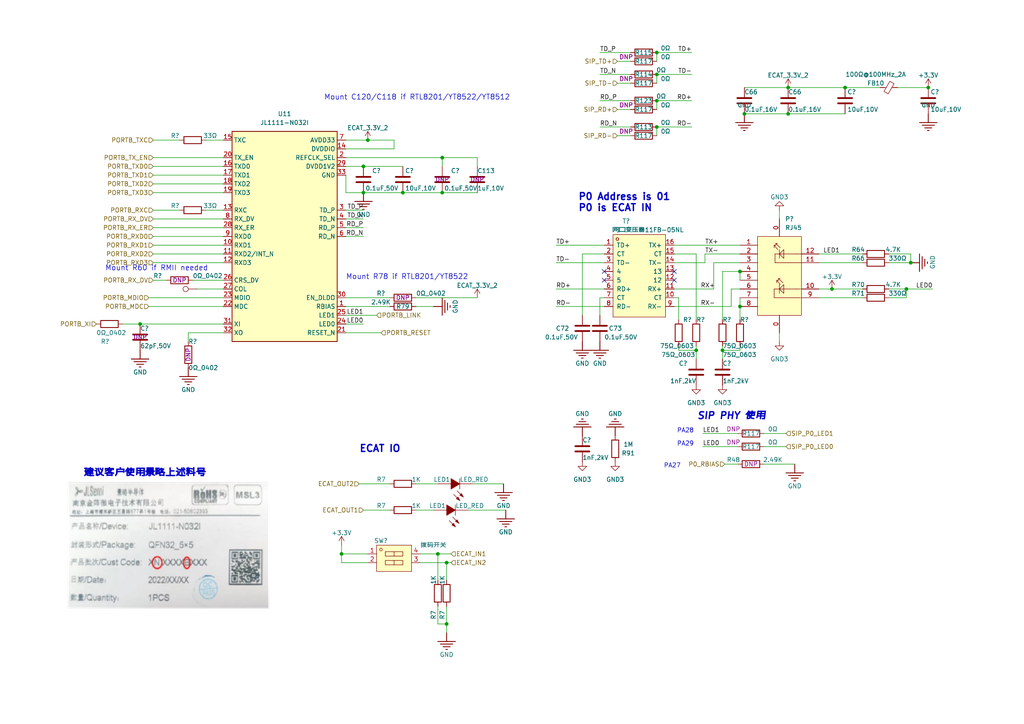
<source format=kicad_sch>
(kicad_sch (version 20230121) (generator eeschema)
  (paper "A4")
  (title_block (title "HPM5E00EVK") (date "2024-04-06") (rev "RevB") (comment 1 "ETHERCAT_P0"))
  (junction (at 264.16 76.2))
  (junction (at 228.6 25.4))
  (junction (at 190.5 29.21))
  (junction (at 190.5 36.83))
  (junction (at 245.11 25.4))
  (junction (at 105.41 55.88))
  (junction (at 129.54 180.975))
  (junction (at 40.64 93.98))
  (junction (at 269.24 25.4))
  (junction (at 127 160.655))
  (junction (at 128.27 55.88))
  (junction (at 209.55 101.6))
  (junction (at 262.89 83.82))
  (junction (at 190.5 21.59))
  (junction (at 129.54 163.195))
  (junction (at 99.06 160.655))
  (junction (at 128.27 45.72))
  (junction (at 105.41 48.26))
  (junction (at 214.63 78.74))
  (junction (at 228.6 33.02))
  (junction (at 190.5 15.24))
  (junction (at 201.93 101.6))
  (junction (at 214.63 88.9))
  (junction (at 106.68 40.64))
  (junction (at 215.9 33.02))
  (junction (at 116.84 55.88))
  (junction (at 241.3 83.82))
  (no_connect (at 175.26 78.74))
  (no_connect (at 195.58 81.28))
  (no_connect (at 195.58 78.74))
  (no_connect (at 175.26 81.28))
  (wire (pts (xy 127 160.655) (xy 121.92 160.655)))
  (wire (pts (xy 214.63 100.33) (xy 214.63 101.6)))
  (wire (pts (xy 179.07 31.75) (xy 182.88 31.75)))
  (wire (pts (xy 255.27 25.4) (xy 245.11 25.4)))
  (wire (pts (xy 44.45 68.58) (xy 64.77 68.58)))
  (wire (pts (xy 241.3 83.82) (xy 250.19 83.82)))
  (wire (pts (xy 262.89 83.82) (xy 270.51 83.82)))
  (wire (pts (xy 264.16 76.2) (xy 257.81 76.2)))
  (wire (pts (xy 237.49 83.82) (xy 241.3 83.82)))
  (wire (pts (xy 214.63 88.9) (xy 214.63 92.71)))
  (wire (pts (xy 195.58 86.36) (xy 196.85 86.36)))
  (wire (pts (xy 195.58 83.82) (xy 207.01 83.82)))
  (wire (pts (xy 43.18 88.9) (xy 64.77 88.9)))
  (wire (pts (xy 190.5 29.21) (xy 200.66 29.21)))
  (wire (pts (xy 204.47 73.66) (xy 214.63 73.66)))
  (wire (pts (xy 179.07 39.37) (xy 182.88 39.37)))
  (wire (pts (xy 99.06 160.655) (xy 99.06 158.115)))
  (wire (pts (xy 175.26 86.36) (xy 173.99 86.36)))
  (wire (pts (xy 130.81 160.655) (xy 127 160.655)))
  (wire (pts (xy 40.64 93.98) (xy 64.77 93.98)))
  (wire (pts (xy 226.06 60.96) (xy 226.06 63.5)))
  (wire (pts (xy 212.09 83.82) (xy 214.63 83.82)))
  (wire (pts (xy 190.5 36.83) (xy 190.5 39.37)))
  (wire (pts (xy 195.58 88.9) (xy 212.09 88.9)))
  (wire (pts (xy 221.615 129.54) (xy 227.965 129.54)))
  (wire (pts (xy 105.41 63.5) (xy 100.33 63.5)))
  (wire (pts (xy 44.45 73.66) (xy 64.77 73.66)))
  (wire (pts (xy 221.615 125.73) (xy 227.965 125.73)))
  (wire (pts (xy 44.45 63.5) (xy 64.77 63.5)))
  (wire (pts (xy 43.18 86.36) (xy 64.77 86.36)))
  (wire (pts (xy 209.55 101.6) (xy 214.63 101.6)))
  (wire (pts (xy 201.93 100.33) (xy 201.93 101.6)))
  (wire (pts (xy 106.68 40.64) (xy 114.3 40.64)))
  (wire (pts (xy 161.29 88.9) (xy 175.26 88.9)))
  (wire (pts (xy 99.06 160.655) (xy 106.68 160.655)))
  (wire (pts (xy 203.835 129.54) (xy 213.995 129.54)))
  (wire (pts (xy 190.5 15.24) (xy 200.66 15.24)))
  (wire (pts (xy 257.81 83.82) (xy 262.89 83.82)))
  (wire (pts (xy 44.45 71.12) (xy 64.77 71.12)))
  (wire (pts (xy 207.01 83.82) (xy 207.01 76.2)))
  (wire (pts (xy 52.07 40.64) (xy 44.45 40.64)))
  (wire (pts (xy 105.41 55.88) (xy 116.84 55.88)))
  (wire (pts (xy 190.5 21.59) (xy 200.66 21.59)))
  (wire (pts (xy 44.45 55.88) (xy 64.77 55.88)))
  (wire (pts (xy 100.33 50.8) (xy 100.33 55.88)))
  (wire (pts (xy 190.5 21.59) (xy 190.5 24.13)))
  (wire (pts (xy 110.49 96.52) (xy 100.33 96.52)))
  (wire (pts (xy 179.07 17.78) (xy 182.88 17.78)))
  (wire (pts (xy 207.01 76.2) (xy 214.63 76.2)))
  (wire (pts (xy 120.65 86.36) (xy 138.43 86.36)))
  (wire (pts (xy 135.89 147.955) (xy 146.685 147.955)))
  (wire (pts (xy 212.09 88.9) (xy 212.09 83.82)))
  (wire (pts (xy 116.84 55.88) (xy 128.27 55.88)))
  (wire (pts (xy 195.58 76.2) (xy 204.47 76.2)))
  (wire (pts (xy 129.54 175.895) (xy 129.54 180.975)))
  (wire (pts (xy 120.65 147.955) (xy 125.73 147.955)))
  (wire (pts (xy 99.06 163.195) (xy 106.68 163.195)))
  (wire (pts (xy 137.16 140.335) (xy 146.05 140.335)))
  (wire (pts (xy 209.55 104.14) (xy 209.55 101.6)))
  (wire (pts (xy 127 175.895) (xy 127 180.975)))
  (wire (pts (xy 173.99 21.59) (xy 182.88 21.59)))
  (wire (pts (xy 105.41 48.26) (xy 116.84 48.26)))
  (wire (pts (xy 204.47 76.2) (xy 204.47 73.66)))
  (wire (pts (xy 168.91 73.66) (xy 175.26 73.66)))
  (wire (pts (xy 100.33 55.88) (xy 105.41 55.88)))
  (wire (pts (xy 105.41 66.04) (xy 100.33 66.04)))
  (wire (pts (xy 129.54 163.195) (xy 121.92 163.195)))
  (wire (pts (xy 128.27 48.26) (xy 128.27 45.72)))
  (wire (pts (xy 44.45 48.26) (xy 64.77 48.26)))
  (wire (pts (xy 214.63 78.74) (xy 209.55 78.74)))
  (wire (pts (xy 195.58 71.12) (xy 214.63 71.12)))
  (wire (pts (xy 182.88 29.21) (xy 173.99 29.21)))
  (wire (pts (xy 262.89 86.36) (xy 262.89 83.82)))
  (wire (pts (xy 221.615 134.62) (xy 230.505 134.62)))
  (wire (pts (xy 195.58 73.66) (xy 201.93 73.66)))
  (wire (pts (xy 44.45 45.72) (xy 64.77 45.72)))
  (wire (pts (xy 55.88 81.28) (xy 64.77 81.28)))
  (wire (pts (xy 237.49 76.2) (xy 250.19 76.2)))
  (wire (pts (xy 54.61 96.52) (xy 54.61 99.06)))
  (wire (pts (xy 44.45 81.28) (xy 48.26 81.28)))
  (wire (pts (xy 100.33 48.26) (xy 105.41 48.26)))
  (wire (pts (xy 257.81 73.66) (xy 264.16 73.66)))
  (wire (pts (xy 35.56 93.98) (xy 40.64 93.98)))
  (wire (pts (xy 105.41 93.98) (xy 100.33 93.98)))
  (wire (pts (xy 161.29 71.12) (xy 175.26 71.12)))
  (wire (pts (xy 228.6 25.4) (xy 245.11 25.4)))
  (wire (pts (xy 209.55 100.33) (xy 209.55 101.6)))
  (wire (pts (xy 182.88 36.83) (xy 173.99 36.83)))
  (wire (pts (xy 161.29 83.82) (xy 175.26 83.82)))
  (wire (pts (xy 228.6 33.02) (xy 245.11 33.02)))
  (wire (pts (xy 127 180.975) (xy 129.54 180.975)))
  (wire (pts (xy 161.29 76.2) (xy 175.26 76.2)))
  (wire (pts (xy 215.9 25.4) (xy 228.6 25.4)))
  (wire (pts (xy 190.5 29.21) (xy 190.5 31.75)))
  (wire (pts (xy 127 140.335) (xy 120.65 140.335)))
  (wire (pts (xy 214.63 78.74) (xy 214.63 81.28)))
  (wire (pts (xy 179.07 24.13) (xy 182.88 24.13)))
  (wire (pts (xy 173.99 86.36) (xy 173.99 91.44)))
  (wire (pts (xy 44.45 53.34) (xy 64.77 53.34)))
  (wire (pts (xy 264.16 73.66) (xy 264.16 76.2)))
  (wire (pts (xy 190.5 36.83) (xy 200.66 36.83)))
  (wire (pts (xy 99.06 163.195) (xy 99.06 160.655)))
  (wire (pts (xy 210.185 134.62) (xy 213.995 134.62)) (stroke (width 0.15)))
  (wire (pts (xy 114.3 43.18) (xy 114.3 40.64)))
  (wire (pts (xy 100.33 43.18) (xy 114.3 43.18)))
  (wire (pts (xy 54.61 96.52) (xy 64.77 96.52)))
  (wire (pts (xy 44.45 76.2) (xy 64.77 76.2)))
  (wire (pts (xy 262.89 86.36) (xy 257.81 86.36)))
  (wire (pts (xy 100.33 45.72) (xy 128.27 45.72)))
  (wire (pts (xy 125.73 88.9) (xy 120.65 88.9)))
  (wire (pts (xy 52.07 60.96) (xy 44.45 60.96)))
  (wire (pts (xy 214.63 86.36) (xy 214.63 88.9)))
  (wire (pts (xy 215.9 33.02) (xy 228.6 33.02)))
  (wire (pts (xy 173.99 15.24) (xy 182.88 15.24)))
  (wire (pts (xy 44.45 50.8) (xy 64.77 50.8)))
  (wire (pts (xy 130.81 163.195) (xy 129.54 163.195)))
  (wire (pts (xy 196.85 101.6) (xy 201.93 101.6)))
  (wire (pts (xy 44.45 66.04) (xy 64.77 66.04)))
  (wire (pts (xy 138.43 48.26) (xy 138.43 45.72)))
  (wire (pts (xy 100.33 91.44) (xy 109.22 91.44)))
  (wire (pts (xy 128.27 55.88) (xy 138.43 55.88)))
  (wire (pts (xy 128.27 45.72) (xy 138.43 45.72)))
  (wire (pts (xy 190.5 15.24) (xy 190.5 17.78)))
  (wire (pts (xy 100.33 86.36) (xy 113.03 86.36)))
  (wire (pts (xy 127 168.275) (xy 127 160.655)))
  (wire (pts (xy 100.33 40.64) (xy 106.68 40.64)))
  (wire (pts (xy 57.15 83.82) (xy 64.77 83.82)))
  (wire (pts (xy 201.93 104.14) (xy 201.93 101.6)))
  (wire (pts (xy 59.69 60.96) (xy 64.77 60.96)))
  (wire (pts (xy 129.54 180.975) (xy 129.54 183.515)))
  (wire (pts (xy 168.91 73.66) (xy 168.91 91.44)))
  (wire (pts (xy 203.835 125.73) (xy 213.995 125.73)))
  (wire (pts (xy 237.49 86.36) (xy 250.19 86.36)))
  (wire (pts (xy 260.35 25.4) (xy 269.24 25.4)))
  (wire (pts (xy 201.93 73.66) (xy 201.93 92.71)))
  (wire (pts (xy 196.85 100.33) (xy 196.85 101.6)))
  (wire (pts (xy 104.14 140.335) (xy 113.03 140.335)))
  (wire (pts (xy 105.41 68.58) (xy 100.33 68.58)))
  (wire (pts (xy 237.49 73.66) (xy 250.19 73.66)))
  (wire (pts (xy 100.33 88.9) (xy 113.03 88.9)))
  (wire (pts (xy 59.69 40.64) (xy 64.77 40.64)))
  (wire (pts (xy 196.85 86.36) (xy 196.85 92.71)))
  (wire (pts (xy 129.54 168.275) (xy 129.54 163.195)))
  (wire (pts (xy 209.55 78.74) (xy 209.55 92.71)))
  (wire (pts (xy 226.06 99.06) (xy 226.06 96.52)))
  (wire (pts (xy 105.41 60.96) (xy 100.33 60.96)))
  (wire (pts (xy 105.41 147.955) (xy 113.03 147.955)) (stroke (width 0.15)))
  (image (at 48.895 158.115) (scale 1.39635))
  (text "SIP PHY 使用" (at 222.25 121.92 0) (effects (font (size 2 2) (thickness 0.4) bold italic) (justify right bottom)))
  (text "PA27" (at 197.485 135.89 0) (effects (font (size 1.27 1.27)) (justify right bottom)))
  (text "PA29" (at 201.295 129.54 0) (effects (font (size 1.27 1.27)) (justify right bottom)))
  (text "建议客户使用景略上述料号" (at 24.13 138.43 0) (effects (font (size 2 2) (thickness 0.4) bold) (justify left bottom)))
  (text "P0 Address is 01\nP0 is ECAT IN" (at 167.64 61.595 0) (effects (font (size 2 2) (thickness 0.4) bold) (justify left bottom)))
  (text "ECAT IO" (at 104.14 131.445 0) (effects (font (size 2 2) (thickness 0.4) bold) (justify left bottom)))
  (text "Mount R78 if RTL8201/YT8522\n" (at 100.33 81.28 0) (effects (font (size 1.5 1.5)) (justify left bottom)))
  (text "PA28" (at 201.295 125.73 0) (effects (font (size 1.27 1.27)) (justify right bottom)))
  (text "Mount R60 if RMII needed\n" (at 30.48 78.74 0) (effects (font (size 1.5 1.5)) (justify left bottom)))
  (text "Mount C120/C118 if RTL8201/YT8522/YT8512\n" (at 93.98 29.21 0) (effects (font (size 1.5 1.5)) (justify left bottom)))
  (label "RX+" (at 203.2 83.82 0))
  (label "LED0" (at 270.51 83.82 180))
  (label "TX-" (at 204.47 73.66 0))
  (label "RD_P" (at 173.99 29.21 0))
  (label "TD-" (at 200.66 21.59 180))
  (label "TD+" (at 161.29 71.12 0))
  (label "TX+" (at 204.47 71.12 0))
  (label "LED1" (at 203.835 125.73 0))
  (label "TD-" (at 161.29 76.2 0))
  (label "RD-" (at 200.66 36.83 180))
  (label "LED0" (at 105.41 93.98 180))
  (label "RD+" (at 161.29 83.82 0))
  (label "TD_P" (at 105.41 60.96 180))
  (label "RD_N" (at 173.99 36.83 0))
  (label "TD+" (at 200.66 15.24 180))
  (label "LED1" (at 105.41 91.44 180))
  (label "RD+" (at 200.66 29.21 180))
  (label "RD_N" (at 105.41 68.58 180))
  (label "TD_N" (at 173.99 21.59 0))
  (label "RD-" (at 161.29 88.9 0))
  (label "RD_P" (at 105.41 66.04 180))
  (label "TD_N" (at 105.41 63.5 180))
  (label "LED1" (at 238.76 73.66 0))
  (label "LED0" (at 203.835 129.54 0))
  (label "RX-" (at 203.2 88.9 0))
  (label "TD_P" (at 173.99 15.24 0))
  (hierarchical_label "PORTB_RXD0" (shape input) (at 44.45 68.58 180))
  (hierarchical_label "PORTB_LINK" (shape input) (at 109.22 91.44 0))
  (hierarchical_label "PORTB_RXD3" (shape input) (at 44.45 76.2 180))
  (hierarchical_label "SIP_P0_LED1" (shape input) (at 227.965 125.73 0))
  (hierarchical_label "PORTB_TXD1" (shape input) (at 44.45 50.8 180))
  (hierarchical_label "ECAT_OUT1" (shape input) (at 105.41 147.955 180))
  (hierarchical_label "PORTB_TX_EN" (shape input) (at 44.45 45.72 180))
  (hierarchical_label "PORTB_TXC" (shape input) (at 44.45 40.64 180))
  (hierarchical_label "P0_RBIAS" (shape input) (at 210.185 134.62 180))
  (hierarchical_label "ECAT_IN2" (shape input) (at 130.81 163.195 0))
  (hierarchical_label "SIP_TD+" (shape input) (at 179.07 17.78 180))
  (hierarchical_label "PORTB_TXD3" (shape input) (at 44.45 55.88 180))
  (hierarchical_label "SIP_RD+" (shape input) (at 179.07 31.75 180))
  (hierarchical_label "PORTB_XI" (shape input) (at 27.94 93.98 180))
  (hierarchical_label "PORTB_TXD0" (shape input) (at 44.45 48.26 180))
  (hierarchical_label "ECAT_OUT2" (shape input) (at 104.14 140.335 180))
  (hierarchical_label "PORTB_MDIO" (shape input) (at 43.18 86.36 180))
  (hierarchical_label "SIP_P0_LED0" (shape input) (at 227.965 129.54 0))
  (hierarchical_label "PORTB_RXD2" (shape input) (at 44.45 73.66 180))
  (hierarchical_label "PORTB_TXD2" (shape input) (at 44.45 53.34 180))
  (hierarchical_label "PORTB_RXC" (shape input) (at 44.45 60.96 180))
  (hierarchical_label "PORTB_RESET" (shape input) (at 110.49 96.52 0))
  (hierarchical_label "PORTB_RXD1" (shape input) (at 44.45 71.12 180))
  (hierarchical_label "PORTB_RX­_ER" (shape input) (at 44.45 66.04 180))
  (hierarchical_label "ECAT_IN1" (shape input) (at 130.81 160.655 0))
  (hierarchical_label "PORTB_RX_DV" (shape input) (at 44.45 63.5 180))
  (hierarchical_label "SIP_RD-" (shape input) (at 179.07 39.37 180))
  (hierarchical_label "SIP_TD-" (shape input) (at 179.07 24.13 180))
  (hierarchical_label "PORTB_MDC" (shape input) (at 43.18 88.9 180))
  (hierarchical_label "PORTB_RX_DV" (shape input) (at 44.45 81.28 180))
  (symbol (lib_id "00_HPM_power:+3.3V") (at 99.06 158.115 0) (unit 1)
    (property "Reference" "#PWR027" (effects hide))
    (property "Value" "+3.3V" (at 99.06 154.559 0))
    (instances (project "HPM5E00EVKRevC" (path "" (reference "#PWR027") (unit 1)) (path "" (reference "#PWR014") (unit 1)) (path "" (reference "#PWR076") (unit 1))))
  )
  (symbol (lib_id "00_HPM_power:ECAT_3.3V_2") (at 138.43 86.36 0) (unit 1)
    (property "Reference" "#PWR0229" (effects hide))
    (property "Value" "ECAT_3.3V_2" (at 138.43 82.804 0))
  )
  (symbol (lib_id "03_HPM_Capacitance:0.1uF,16V_0402") (at 40.64 97.79 0) (unit 1)
    (property "Reference" "C?" (at 40.64 95.25 0) (effects (justify left)))
    (property "Value" "62pF,50V" (at 40.64 100.33 0) (effects (justify left)))
    (property "Footprint" "03_HPM_Capacitance:C_0402_1005Metric" (effects hide))
    (property "Model" "CL05B104KO5NNNC" (effects hide))
    (property "Company" "SAMSUNG(三星)" (effects hide))
    (property "ASSY_OPT" "DNP" (at 40.64 97.79 0))
    (instances (project "Quadrotor" (path "" (reference "C?") (unit 1))) (project "HPM5300-POWER" (path "" (reference "C?") (unit 1))) (project "EncoderServo" (path "" (reference "C?") (unit 1))) (project "HPM5E00EVKRevC" (path "" (reference "C163") (unit 1)) (path "" (reference "C79") (unit 1)) (path "" (reference "C11") (unit 1))) (project "HPM5300 EVK REVA" (path "" (reference "C?") (unit 1))))
  )
  (symbol (lib_id "02_HPM_Resistor:75Ω_0603") (at 201.93 96.52 90) (unit 1)
    (property "Reference" "R?" (at 201.93 92.71 90) (effects (justify right)))
    (property "Value" "75Ω_0603" (at 191.77 102.87 90) (effects (justify right)))
    (property "Footprint" "02_HPM_Resistor:R_0603_1608Metric" (effects hide))
    (property "Model" "0603WAF750JT5E" (effects hide))
    (property "Company" "UNI-ROYAL(厚声)" (effects hide))
    (instances (project "05-HPM1200-ETHERCAT1" (path "" (reference "R?") (unit 1))) (project "HPM5E00EVKRevC" (path "" (reference "R78") (unit 1)) (path "" (reference "R81") (unit 1))) (project "HPM1200_ETHERNET_FPGA_VALIDATE_B" (path "" (reference "R?") (unit 1)) (path "" (reference "R?") (unit 1)) (path "" (reference "R?") (unit 1)) (path "" (reference "R?") (unit 1)) (path "" (reference "R?") (unit 1)) (path "" (reference "R?") (unit 1))))
  )
  (symbol (lib_id "00_HPM_power:GND3") (at 178.435 133.985 0) (unit 1)
    (property "Reference" "#PWR0169" (effects hide))
    (property "Value" "GND3" (at 178.435 139.065 0))
  )
  (symbol (lib_id "02_HPM_Resistor:33Ω_0402") (at 55.88 40.64 0) (unit 1)
    (property "Reference" "R?" (at 50.8 39.37 0))
    (property "Value" "33Ω" (at 60.96 39.37 0))
    (property "Footprint" "02_HPM_Resistor:R_0402_1005Metric" (effects hide))
    (property "Model" "0402WGF330JTCE" (effects hide))
    (property "Company" "UNI-ROYAL(厚声)" (effects hide))
    (instances (project "HPM5E00EVKRevC" (path "" (reference "R?") (unit 1)) (path "" (reference "R?") (unit 1)) (path "" (reference "R?") (unit 1)) (path "" (reference "R140") (unit 1)) (path "" (reference "R71") (unit 1))) (project "HPM6880_EVK_RevA" (path "" (reference "R?") (unit 1))))
  )
  (symbol (lib_id "00_HPM_power:ECAT_3.3V_2") (at 106.68 40.64 0) (unit 1)
    (property "Reference" "#PWR0232" (effects hide))
    (property "Value" "ECAT_3.3V_2" (at 106.68 37.084 0))
  )
  (symbol (lib_id "00_HPM_power:ECAT_3.3V_2") (at 228.6 25.4 0) (unit 1)
    (property "Reference" "#PWR0286" (effects hide))
    (property "Value" "ECAT_3.3V_2" (at 228.6 21.844 0))
  )
  (symbol (lib_id "00_HPM_power:GND") (at 168.91 99.06 0) (mirror y) (unit 1)
    (property "Reference" "#PWR?" (effects hide))
    (property "Value" "GND" (at 168.91 105.41 0))
    (instances (project "05-HPM1200-ETHERCAT1" (path "" (reference "#PWR?") (unit 1))) (project "ETH_RMII" (path "" (reference "#PWR?") (unit 1))) (project "HPM5E00EVKRevC" (path "" (reference "#PWR0107") (unit 1)) (path "" (reference "#PWR0174") (unit 1))) (project "HPM1200_ETHERNET_FPGA_VALIDATE_B" (path "" (reference "#PWR?") (unit 1)) (path "" (reference "#PWR?") (unit 1)) (path "" (reference "#PWR?") (unit 1)) (path "" (reference "#PWR?") (unit 1)) (path "" (reference "#PWR?") (unit 1)) (path "" (reference "#PWR?") (unit 1))))
  )
  (symbol (lib_id "02_HPM_Resistor:0Ω_0402") (at 31.75 93.98 0) (mirror y) (unit 1)
    (property "Reference" "R?" (at 29.21 99.06 0) (effects (justify right)))
    (property "Value" "0Ω_0402" (at 27.94 96.52 0) (effects (justify right)))
    (property "Footprint" "02_HPM_Resistor:R_0402_1005Metric" (effects hide))
    (property "Model" "RC0402JR-070RL" (effects hide))
    (property "Company" "YAGEO(国巨)" (effects hide))
    (instances (project "HPM5300-USB-OSC" (path "" (reference "R?") (unit 1))) (project "HPM5E00EVKRevC" (path "" (reference "R40") (unit 1)) (path "" (reference "R41") (unit 1))) (project "HPM1200_ETHERNET_FPGA_VALIDATE_B" (path "" (reference "R?") (unit 1)) (path "" (reference "R?") (unit 1)) (path "" (reference "R?") (unit 1)) (path "" (reference "R?") (unit 1)) (path "" (reference "R?") (unit 1))) (project "HPM5300 SKT Board LQFP64 REVA" (path "" (reference "R?") (unit 1))))
  )
  (symbol (lib_id "00_HPM_power:GND") (at 125.73 88.9 90) (unit 1)
    (property "Reference" "#PWR?" (effects hide))
    (property "Value" "GND" (at 132.08 88.9 0))
    (instances (project "05-HPM1200-ETHERCAT1" (path "" (reference "#PWR?") (unit 1))) (project "HPM6750EVK2 RevC.0822" (path "" (reference "#PWR?") (unit 1))) (project "HPM5E00EVKRevC" (path "" (reference "#PWR0111") (unit 1)) (path "" (reference "#PWR0164") (unit 1))) (project "HPM1200_ETHERNET_FPGA_VALIDATE_B" (path "" (reference "#PWR?") (unit 1)) (path "" (reference "#PWR?") (unit 1)) (path "" (reference "#PWR?") (unit 1))))
  )
  (symbol (lib_id "03_HPM_Capacitance:0.1uF,50V_0402") (at 128.27 52.07 180) (unit 1)
    (property "Reference" "C?" (at 133.35 49.53 0) (effects (justify left)))
    (property "Value" "0.1uF,50V" (at 138.43 54.61 0) (effects (justify left)))
    (property "Footprint" "03_HPM_Capacitance:C_0402_1005Metric" (effects hide))
    (property "Model" "0402B104K500NT" (effects hide))
    (property "Company" "SAMSUNG(三星)" (effects hide))
    (property "ASSY_OPT" "DNP" (at 128.27 52.07 0))
    (instances (project "05-HPM1200-ETHERCAT1" (path "" (reference "C?") (unit 1))) (project "HPM6750EVK2 RevC.0822" (path "" (reference "C?") (unit 1))) (project "HPM5E00EVKRevC" (path "" (reference "C112") (unit 1)) (path "" (reference "C120") (unit 1))) (project "HPM1200_ETHERNET_FPGA_VALIDATE_B" (path "" (reference "C?") (unit 1)) (path "" (reference "C?") (unit 1)) (path "" (reference "C?") (unit 1))))
  )
  (symbol (lib_id "02_HPM_Resistor:2.49K_0402") (at 217.805 134.62 0) (unit 1)
    (property "Reference" "R48" (at 212.725 133.35 0))
    (property "Value" "2.49K" (at 224.155 133.35 0))
    (property "Footprint" "02_HPM_Resistor:R_0402_1005Metric" (effects hide))
    (property "Model" "RC-02W2491FT" (effects hide))
    (property "Company" " FH(风华) " (effects hide))
    (property "ASSY_OPT" "DNP" (at 217.805 134.62 0))
    (instances (project "HPM1200_BASE_Audio_XPI" (path "" (reference "R48") (unit 1))) (project "HPM1200_SIP_ETHERCAT_RevB" (path "" (reference "R17") (unit 1))) (project "RbMotor_ECAT_RevC" (path "" (reference "R7") (unit 1))) (project "HPM5E00EVKRevC" (path "" (reference "R116") (unit 1))))
  )
  (symbol (lib_id "01-HPM-Peripheral:LED_RED") (at 130.81 140.335 180) (unit 1)
    (property "Reference" "LED1" (at 125.73 139.065 0) (effects (justify right)))
    (property "Value" "LED_RED" (at 133.35 139.065 0) (effects (justify right)))
    (property "Footprint" "01_HPM_Peripheral:LED_0603" (effects hide))
    (property "Model" "NCD0603R1" (effects hide))
    (property "Company" "国星光电" (effects hide))
    (instances (project "HPM5E00EVKRevC" (path "" (reference "LED1") (unit 1)) (path "" (reference "LED4") (unit 1)) (path "" (reference "LED5") (unit 1))))
  )
  (symbol (lib_id "02_HPM_Resistor:1M_1206") (at 178.435 130.175 270) (unit 1)
    (property "Reference" "R91" (at 182.245 131.445 90))
    (property "Value" "1M" (at 182.245 128.905 90))
    (property "Footprint" "02_HPM_Resistor:R_1206_3216Metric" (effects hide))
    (property "Model" "ARG06BTC1004" (effects hide))
    (property "Company" "Viking(光颉)" (effects hide))
    (instances (project "HPM5E00EVKRevC" (path "" (reference "R91") (unit 1)) (path "" (reference "R92") (unit 1))))
  )
  (symbol (lib_id "03_HPM_Capacitance:0.1uF,50V_0402") (at 168.91 95.25 180) (unit 1)
    (property "Reference" "C72" (at 165.1 95.25 0) (effects (justify left)))
    (property "Value" "0.1uF,50V" (at 167.64 97.79 0) (effects (justify left)))
    (property "Footprint" "03_HPM_Capacitance:C_0402_1005Metric" (effects hide))
    (property "Model" "0402B104K500NT" (effects hide))
    (property "Company" "SAMSUNG(三星)" (effects hide))
    (instances (project "HPM5E00EVKRevC" (path "" (reference "C72") (unit 1)) (path "" (reference "C72") (unit 1))) (project "HPM1200_ETHERNET_FPGA_VALIDATE_B" (path "" (reference "C?") (unit 1)) (path "" (reference "C?") (unit 1)) (path "" (reference "C?") (unit 1))))
  )
  (symbol (lib_id "00_HPM_power:GND") (at 264.16 76.2 90) (unit 1)
    (property "Reference" "#PWR0110" (effects hide))
    (property "Value" "GND" (at 270.51 78.105 0) (effects (justify left)))
    (instances (project "HPM5E00EVKRevC" (path "" (reference "#PWR0110") (unit 1)) (path "" (reference "#PWR0221") (unit 1))))
  )
  (symbol (lib_id "03_HPM_Capacitance:10uF,10V_0402") (at 116.84 52.07 0) (unit 1)
    (property "Reference" "C?" (at 117.475 49.53 0) (effects (justify left)))
    (property "Value" "10uF,10V" (at 117.475 54.61 0) (effects (justify left)))
    (property "Footprint" "03_HPM_Capacitance:C_0402_1005Metric" (effects hide))
    (property "Model" "CL05A106MP5NUNC" (effects hide))
    (property "Company" " SAMSUNG(三星)" (effects hide))
    (instances (project "HPM6200EVK" (path "" (reference "C?") (unit 1))) (project "HPM5E00EVKRevC" (path "" (reference "C245") (unit 1)) (path "" (reference "C62") (unit 1)) (path "" (reference "C78") (unit 1))) (project "HPM5300 EVK REVC" (path "" (reference "C?") (unit 1)) (path "" (reference "C?") (unit 1))))
  )
  (symbol (lib_name "2.49K_0402_1") (lib_id "02_HPM_Resistor:2.49K_0402") (at 116.84 88.9 0) (unit 1)
    (property "Reference" "R79" (at 116.84 88.9 0))
    (property "Value" "2.49K" (at 110.49 87.63 0))
    (property "Footprint" "02_HPM_Resistor:R_0402_1005Metric" (effects hide))
    (property "Model" "RC-02W2491FT" (effects hide))
    (property "Company" " FH(风华) " (effects hide))
  )
  (symbol (lib_id "02_HPM_Resistor:1K_0402") (at 116.84 147.955 180) (unit 1)
    (property "Reference" "R7" (at 109.22 146.685 0) (effects (justify right)))
    (property "Value" "1K" (at 119.38 146.685 0) (effects (justify right)))
    (property "Footprint" "02_HPM_Resistor:R_0402_1005Metric" (effects hide))
    (property "Model" "0402WGF1001TCE" (effects hide))
    (property "Company" "UNI-ROYAL(厚声)" (effects hide))
    (instances (project "HPM5E00EVKRevC" (path "" (reference "R7") (unit 1)) (path "" (reference "R102") (unit 1)) (path "" (reference "R77") (unit 1))))
  )
  (symbol (lib_id "01-HPM-Peripheral:DM-02-V") (at 114.3 161.925 0) (unit 1)
    (property "Reference" "SW?" (at 110.49 156.845 0))
    (property "Value" "拨码开关" (at 125.73 158.115 0))
    (property "Footprint" "01_HPM_Peripheral:SW-SMD_DM-02-V" (effects hide))
    (property "Model" "DM-02-V" (effects hide))
    (property "Company" "圜达" (effects hide))
    (instances (project "HPM6E00-PA00-PA31-JTAG-BOOT-LED-KEY" (path "" (reference "SW?") (unit 1))) (project "HPM6E00 SKT Board BGA289_BDIF REVA" (path "" (reference "SW?") (unit 1))) (project "HPM5300-CON-JTAG" (path "" (reference "SW?") (unit 1))) (project "HPM5E00EVKRevC" (path "" (reference "SW?") (unit 1)) (path "" (reference "SW1") (unit 1)) (path "" (reference "SW6") (unit 1)) (path "" (reference "SW6") (unit 1))) (project "HPM5300 SKT Board LQFP100 REVA" (path "" (reference "SW?") (unit 1))))
  )
  (symbol (lib_id "02_HPM_Resistor:4.7K_0402") (at 254 73.66 0) (unit 1)
    (property "Reference" "R64" (at 248.92 72.39 0))
    (property "Value" "4.7K" (at 259.08 72.39 0))
    (property "Footprint" "02_HPM_Resistor:R_0402_1005Metric" (effects hide))
    (property "Model" " 0402WGF4701TCE" (effects hide))
    (property "Company" "UNI-ROYAL(厚声)" (effects hide))
    (instances (project "HPM5E00EVKRevC" (path "" (reference "R64") (unit 1)) (path "" (reference "R84") (unit 1))) (project "HPM1200_ETHERNET_FPGA_VALIDATE_B" (path "" (reference "R?") (unit 1))))
  )
  (symbol (lib_id "02_HPM_Resistor:330Ω_0402") (at 254 76.2 0) (unit 1)
    (property "Reference" "R66" (at 248.92 74.93 0))
    (property "Value" "330Ω" (at 260.35 74.93 0))
    (property "Footprint" "02_HPM_Resistor:R_0402_1005Metric" (effects hide))
    (property "Model" "0402WGF3300TCE" (effects hide))
    (property "Company" "UNI-ROYAL(厚声)" (effects hide))
    (instances (project "HPM5E00EVKRevC" (path "" (reference "R66") (unit 1)) (path "" (reference "R85") (unit 1))))
  )
  (symbol (lib_id "00_HPM_power:+3.3V") (at 269.24 25.4 0) (unit 1)
    (property "Reference" "#PWR027" (effects hide))
    (property "Value" "+3.3V" (at 269.24 21.844 0))
    (instances (project "HPM5E00EVKRevC" (path "" (reference "#PWR027") (unit 1)) (path "" (reference "#PWR0210") (unit 1)) (path "" (reference "#PWR0282") (unit 1))))
  )
  (symbol (lib_id "02_HPM_Resistor:1K_0402") (at 129.54 172.085 270) (unit 1)
    (property "Reference" "R7" (at 128.27 179.705 0) (effects (justify right)))
    (property "Value" "1K" (at 128.27 169.545 0) (effects (justify right)))
    (property "Footprint" "02_HPM_Resistor:R_0402_1005Metric" (effects hide))
    (property "Model" "0402WGF1001TCE" (effects hide))
    (property "Company" "UNI-ROYAL(厚声)" (effects hide))
    (instances (project "HPM5E00EVKRevC" (path "" (reference "R7") (unit 1)) (path "" (reference "R103") (unit 1)) (path "" (reference "R58") (unit 1))))
  )
  (symbol (lib_id "02_HPM_Resistor:330Ω_0402") (at 254 86.36 0) (unit 1)
    (property "Reference" "R71" (at 248.92 85.09 0))
    (property "Value" "330Ω" (at 260.35 85.09 0))
    (property "Footprint" "02_HPM_Resistor:R_0402_1005Metric" (effects hide))
    (property "Model" "0402WGF3300TCE" (effects hide))
    (property "Company" "UNI-ROYAL(厚声)" (effects hide))
    (instances (project "HPM5E00EVKRevC" (path "" (reference "R71") (unit 1)) (path "" (reference "R87") (unit 1))))
  )
  (symbol (lib_id "00_HPM_power:GND") (at 146.685 147.955 0) (unit 1)
    (property "Reference" "#PWR?" (effects hide))
    (property "Value" "GND" (at 146.685 154.305 0))
    (instances (project "HPM5300-USB-OSC" (path "" (reference "#PWR?") (unit 1))) (project "HPM5E00EVKRevC" (path "" (reference "#PWR0119") (unit 1)) (path "" (reference "#PWR0165") (unit 1))) (project "HPM1200_ETHERNET_FPGA_VALIDATE_B" (path "" (reference "#PWR?") (unit 1)) (path "" (reference "#PWR?") (unit 1)) (path "" (reference "#PWR?") (unit 1)) (path "" (reference "#PWR?") (unit 1)) (path "" (reference "#PWR?") (unit 1))) (project "HPM5300 SKT Board LQFP64 REVA" (path "" (reference "#PWR?") (unit 1))))
  )
  (symbol (lib_id "02_HPM_Resistor:0Ω_0402") (at 186.69 15.24 0) (unit 1)
    (property "Reference" "R115" (at 186.69 15.24 0))
    (property "Value" "0Ω" (at 193.04 13.97 0))
    (property "Footprint" "02_HPM_Resistor:R_0402_1005Metric" (effects hide))
    (property "Model" "RC0402JR-070RL" (effects hide))
    (property "Company" "YAGEO(国巨)" (effects hide))
    (instances (project "HPM5E00EVKRevC" (path "" (reference "R115") (unit 1)) (path "" (reference "R125") (unit 1))))
  )
  (symbol (lib_id "00_HPM_power:GND") (at 178.435 126.365 0) (mirror x) (unit 1)
    (property "Reference" "#PWR?" (effects hide))
    (property "Value" "GND" (at 178.435 120.015 0))
    (instances (project "05-HPM1200-ETHERCAT1" (path "" (reference "#PWR?") (unit 1))) (project "ETH_RMII" (path "" (reference "#PWR?") (unit 1))) (project "HPM5E00EVKRevC" (path "" (reference "#PWR0118") (unit 1)) (path "" (reference "#PWR0176") (unit 1))) (project "HPM1200_ETHERNET_FPGA_VALIDATE_B" (path "" (reference "#PWR?") (unit 1)) (path "" (reference "#PWR?") (unit 1)) (path "" (reference "#PWR?") (unit 1)) (path "" (reference "#PWR?") (unit 1)) (path "" (reference "#PWR?") (unit 1)) (path "" (reference "#PWR?") (unit 1))))
  )
  (symbol (lib_id "03_HPM_Capacitance:1uF,10V_0402") (at 138.43 52.07 0) (unit 1)
    (property "Reference" "C113" (at 138.43 49.53 0) (effects (justify left)))
    (property "Value" "1uF,10V" (at 138.43 54.61 0) (effects (justify left)))
    (property "Footprint" "03_HPM_Capacitance:C_0402_1005Metric" (effects hide))
    (property "Model" " CL05A105KP5NNNC" (effects hide))
    (property "Company" "SAMSUNG(三星)" (effects hide))
    (property "ASSY_OPT" "DNP" (at 138.43 52.07 0))
    (instances (project "HPM5E00EVKRevC" (path "" (reference "C113") (unit 1)) (path "" (reference "C118") (unit 1))))
  )
  (symbol (lib_id "02_HPM_Resistor:4.7K_0402") (at 254 83.82 0) (unit 1)
    (property "Reference" "R70" (at 248.92 82.55 0))
    (property "Value" "4.7K" (at 259.08 82.55 0))
    (property "Footprint" "02_HPM_Resistor:R_0402_1005Metric" (effects hide))
    (property "Model" " 0402WGF4701TCE" (effects hide))
    (property "Company" "UNI-ROYAL(厚声)" (effects hide))
    (instances (project "HPM5E00EVKRevC" (path "" (reference "R70") (unit 1)) (path "" (reference "R86") (unit 1))) (project "HPM1200_ETHERNET_FPGA_VALIDATE_B" (path "" (reference "R?") (unit 1))))
  )
  (symbol (lib_id "00_HPM_power:GND3") (at 209.55 111.76 0) (unit 1)
    (property "Reference" "#PWR0168" (effects hide))
    (property "Value" "GND3" (at 209.55 116.84 0))
  )
  (symbol (lib_id "00_HPM_power:GND") (at 269.24 33.02 0) (unit 1)
    (property "Reference" "#PWR0211" (effects hide))
    (property "Value" "GND" (at 269.24 30.48 0))
    (instances (project "HPM5E00EVKRevC" (path "" (reference "#PWR0211") (unit 1)) (path "" (reference "#PWR0285") (unit 1))))
  )
  (symbol (lib_id "02_HPM_Resistor:0Ω_0402") (at 186.69 36.83 0) (unit 1)
    (property "Reference" "R113" (at 186.69 36.83 0))
    (property "Value" "0Ω" (at 193.04 35.56 0))
    (property "Footprint" "02_HPM_Resistor:R_0402_1005Metric" (effects hide))
    (property "Model" "RC0402JR-070RL" (effects hide))
    (property "Company" "YAGEO(国巨)" (effects hide))
    (instances (project "HPM5E00EVKRevC" (path "" (reference "R113") (unit 1)) (path "" (reference "R132") (unit 1))))
  )
  (symbol (lib_id "03_HPM_Capacitance:0.1uF,50V_0402") (at 173.99 95.25 0) (unit 1)
    (property "Reference" "C73" (at 176.53 95.25 0) (effects (justify left)))
    (property "Value" "0.1uF,50V" (at 175.26 97.79 0) (effects (justify left)))
    (property "Footprint" "03_HPM_Capacitance:C_0402_1005Metric" (effects hide))
    (property "Model" "0402B104K500NT" (effects hide))
    (property "Company" "SAMSUNG(三星)" (effects hide))
    (instances (project "HPM5E00EVKRevC" (path "" (reference "C73") (unit 1)) (path "" (reference "C73") (unit 1))) (project "HPM1200_ETHERNET_FPGA_VALIDATE_B" (path "" (reference "C?") (unit 1)) (path "" (reference "C?") (unit 1)) (path "" (reference "C?") (unit 1))))
  )
  (symbol (lib_id "02_HPM_Resistor:0Ω_0402") (at 186.69 39.37 0) (unit 1)
    (property "Reference" "R117" (at 186.69 39.37 0))
    (property "Value" "0Ω" (at 193.04 38.1 0))
    (property "Footprint" "02_HPM_Resistor:R_0402_1005Metric" (effects hide))
    (property "Model" "RC0402JR-070RL" (effects hide))
    (property "Company" "YAGEO(国巨)" (effects hide))
    (property "ASSY_OPT" "DNP" (at 181.61 38.1 0))
    (instances (project "HPM5E00EVKRevC" (path "" (reference "R117") (unit 1)) (path "" (reference "R136") (unit 1))))
  )
  (symbol (lib_id "00_HPM_power:GND3") (at 201.93 111.76 0) (unit 1)
    (property "Reference" "#PWR0166" (effects hide))
    (property "Value" "GND3" (at 201.93 116.84 0))
  )
  (symbol (lib_id "00_HPM_power:GND") (at 173.99 99.06 0) (unit 1)
    (property "Reference" "#PWR?" (effects hide))
    (property "Value" "GND" (at 173.99 105.41 0))
    (instances (project "05-HPM1200-ETHERCAT1" (path "" (reference "#PWR?") (unit 1))) (project "ETH_RMII" (path "" (reference "#PWR?") (unit 1))) (project "HPM5E00EVKRevC" (path "" (reference "#PWR0113") (unit 1)) (path "" (reference "#PWR0175") (unit 1))) (project "HPM1200_ETHERNET_FPGA_VALIDATE_B" (path "" (reference "#PWR?") (unit 1)) (path "" (reference "#PWR?") (unit 1)) (path "" (reference "#PWR?") (unit 1)) (path "" (reference "#PWR?") (unit 1)) (path "" (reference "#PWR?") (unit 1)) (path "" (reference "#PWR?") (unit 1))))
  )
  (symbol (lib_id "02_HPM_Resistor:75Ω_0603") (at 214.63 96.52 90) (unit 1)
    (property "Reference" "R?" (at 214.63 92.71 90) (effects (justify right)))
    (property "Value" "75Ω_0603" (at 209.55 100.33 90) (effects (justify right)))
    (property "Footprint" "02_HPM_Resistor:R_0603_1608Metric" (effects hide))
    (property "Model" "0603WAF750JT5E" (effects hide))
    (property "Company" "UNI-ROYAL(厚声)" (effects hide))
    (instances (project "05-HPM1200-ETHERCAT1" (path "" (reference "R?") (unit 1))) (project "HPM5E00EVKRevC" (path "" (reference "R80") (unit 1)) (path "" (reference "R83") (unit 1))) (project "HPM1200_ETHERNET_FPGA_VALIDATE_B" (path "" (reference "R?") (unit 1)) (path "" (reference "R?") (unit 1)) (path "" (reference "R?") (unit 1)) (path "" (reference "R?") (unit 1)) (path "" (reference "R?") (unit 1)) (path "" (reference "R?") (unit 1))))
  )
  (symbol (lib_id "02_HPM_Resistor:75Ω_0603") (at 196.85 96.52 270) (mirror x) (unit 1)
    (property "Reference" "R?" (at 200.66 92.71 90) (effects (justify right)))
    (property "Value" "75Ω_0603" (at 201.295 100.33 90) (effects (justify right)))
    (property "Footprint" "02_HPM_Resistor:R_0603_1608Metric" (effects hide))
    (property "Model" "0603WAF750JT5E" (effects hide))
    (property "Company" "UNI-ROYAL(厚声)" (effects hide))
    (instances (project "05-HPM1200-ETHERCAT1" (path "" (reference "R?") (unit 1))) (project "HPM5E00EVKRevC" (path "" (reference "R77") (unit 1)) (path "" (reference "R80") (unit 1))) (project "HPM1200_ETHERNET_FPGA_VALIDATE_B" (path "" (reference "R?") (unit 1)) (path "" (reference "R?") (unit 1)) (path "" (reference "R?") (unit 1)) (path "" (reference "R?") (unit 1)) (path "" (reference "R?") (unit 1)) (path "" (reference "R?") (unit 1))))
  )
  (symbol (lib_id "00_HPM_power:GND") (at 40.64 101.6 0) (unit 1)
    (property "Reference" "#PWR?" (effects hide))
    (property "Value" "GND" (at 40.64 107.95 0))
    (instances (project "HPM5300-USB-OSC" (path "" (reference "#PWR?") (unit 1))) (project "HPM5E00EVKRevC" (path "" (reference "#PWR0123") (unit 1)) (path "" (reference "#PWR078") (unit 1))) (project "HPM1200_ETHERNET_FPGA_VALIDATE_B" (path "" (reference "#PWR?") (unit 1)) (path "" (reference "#PWR?") (unit 1)) (path "" (reference "#PWR?") (unit 1)) (path "" (reference "#PWR?") (unit 1)) (path "" (reference "#PWR?") (unit 1))) (project "HPM5300 SKT Board LQFP64 REVA" (path "" (reference "#PWR?") (unit 1))))
  )
  (symbol (lib_id "00_HPM_power:GND") (at 230.505 134.62 0) (unit 1)
    (property "Reference" "#PWR?" (effects hide))
    (property "Value" "GND" (at 230.505 140.97 0))
    (instances (project "05-HPM1200-ETHERCAT1" (path "" (reference "#PWR?") (unit 1))) (project "ETH_RMII" (path "" (reference "#PWR?") (unit 1))) (project "HPM5E00EVKRevC" (path "" (reference "#PWR0113") (unit 1)) (path "" (reference "#PWR0294") (unit 1))) (project "HPM1200_ETHERNET_FPGA_VALIDATE_B" (path "" (reference "#PWR?") (unit 1)) (path "" (reference "#PWR?") (unit 1)) (path "" (reference "#PWR?") (unit 1)) (path "" (reference "#PWR?") (unit 1)) (path "" (reference "#PWR?") (unit 1)) (path "" (reference "#PWR?") (unit 1))))
  )
  (symbol (lib_id "02_HPM_Resistor:0Ω_0402") (at 217.805 125.73 0) (unit 1)
    (property "Reference" "R117" (at 217.805 125.73 0))
    (property "Value" "0Ω" (at 224.155 124.46 0))
    (property "Footprint" "02_HPM_Resistor:R_0402_1005Metric" (effects hide))
    (property "Model" "RC0402JR-070RL" (effects hide))
    (property "Company" "YAGEO(国巨)" (effects hide))
    (property "ASSY_OPT" "DNP" (at 212.725 124.46 0))
    (instances (project "HPM5E00EVKRevC" (path "" (reference "R117") (unit 1)) (path "" (reference "R27") (unit 1))))
  )
  (symbol (lib_id "02_HPM_Resistor:0Ω_0402") (at 116.84 86.36 0) (mirror y) (unit 1)
    (property "Reference" "R?" (at 109.22 85.09 0) (effects (justify right)))
    (property "Value" "0Ω_0402" (at 120.65 85.09 0) (effects (justify right)))
    (property "Footprint" "02_HPM_Resistor:R_0402_1005Metric" (effects hide))
    (property "Model" "RC0402JR-070RL" (effects hide))
    (property "Company" "YAGEO(国巨)" (effects hide))
    (property "ASSY_OPT" "DNP" (at 116.84 86.36 0))
    (instances (project "HPM5300-USB-OSC" (path "" (reference "R?") (unit 1))) (project "HPM5E00EVKRevC" (path "" (reference "R119") (unit 1)) (path "" (reference "R78") (unit 1))) (project "HPM1200_ETHERNET_FPGA_VALIDATE_B" (path "" (reference "R?") (unit 1)) (path "" (reference "R?") (unit 1)) (path "" (reference "R?") (unit 1)) (path "" (reference "R?") (unit 1)) (path "" (reference "R?") (unit 1))) (project "HPM5300 SKT Board LQFP64 REVA" (path "" (reference "R?") (unit 1))))
  )
  (symbol (lib_id "00_HPM_power:GND") (at 146.05 140.335 0) (unit 1)
    (property "Reference" "#PWR?" (effects hide))
    (property "Value" "GND" (at 146.05 146.685 0))
    (instances (project "HPM5300-USB-OSC" (path "" (reference "#PWR?") (unit 1))) (project "HPM5E00EVKRevC" (path "" (reference "#PWR0119") (unit 1)) (path "" (reference "#PWR0233") (unit 1))) (project "HPM1200_ETHERNET_FPGA_VALIDATE_B" (path "" (reference "#PWR?") (unit 1)) (path "" (reference "#PWR?") (unit 1)) (path "" (reference "#PWR?") (unit 1)) (path "" (reference "#PWR?") (unit 1)) (path "" (reference "#PWR?") (unit 1))) (project "HPM5300 SKT Board LQFP64 REVA" (path "" (reference "#PWR?") (unit 1))))
  )
  (symbol (lib_id "02_HPM_Resistor:0Ω_0402") (at 52.07 81.28 0) (mirror y) (unit 1)
    (property "Reference" "R?" (at 44.45 80.01 0) (effects (justify right)))
    (property "Value" "0Ω_0402" (at 55.88 80.01 0) (effects (justify right)))
    (property "Footprint" "02_HPM_Resistor:R_0402_1005Metric" (effects hide))
    (property "Model" "RC0402JR-070RL" (effects hide))
    (property "Company" "YAGEO(国巨)" (effects hide))
    (property "ASSY_OPT" "DNP" (at 52.07 81.28 0))
    (instances (project "HPM5300-USB-OSC" (path "" (reference "R?") (unit 1))) (project "HPM5E00EVKRevC" (path "" (reference "R119") (unit 1)) (path "" (reference "R60") (unit 1))) (project "HPM1200_ETHERNET_FPGA_VALIDATE_B" (path "" (reference "R?") (unit 1)) (path "" (reference "R?") (unit 1)) (path "" (reference "R?") (unit 1)) (path "" (reference "R?") (unit 1)) (path "" (reference "R?") (unit 1))) (project "HPM5300 SKT Board LQFP64 REVA" (path "" (reference "R?") (unit 1))))
  )
  (symbol (lib_id "14_HPM_Internet:RJ45-B-1*1") (at 226.06 80.01 0) (unit 1)
    (property "Reference" "P?" (at 227.7111 63.5 0) (effects (justify left)))
    (property "Value" "RJ45" (at 227.7111 66.04 0) (effects (justify left)))
    (property "Footprint" "11_HPM_Internet:RJ45-TH_B-1-1_led-update" (effects hide))
    (property "Model" "RJ45-B-1*1" (effects hide))
    (property "Company" "BOOMELE(博穆精密)" (effects hide))
    (instances (project "05-HPM1200-ETHERCAT1" (path "" (reference "P?") (unit 1))) (project "HPM5E00EVKRevC" (path "" (reference "P1") (unit 1)) (path "" (reference "P2") (unit 1))) (project "HPM1200_ETHERNET_FPGA_VALIDATE_B" (path "" (reference "P?") (unit 1)) (path "" (reference "P?") (unit 1)) (path "" (reference "P?") (unit 1)) (path "" (reference "P?") (unit 1)) (path "" (reference "P?") (unit 1)) (path "" (reference "P?") (unit 1))))
  )
  (symbol (lib_id "00_HPM_power:GND") (at 129.54 183.515 0) (unit 1)
    (property "Reference" "#PWR?" (effects hide))
    (property "Value" "GND" (at 129.54 189.865 0))
    (instances (project "HPM5300-USB-OSC" (path "" (reference "#PWR?") (unit 1))) (project "HPM5E00EVKRevC" (path "" (reference "#PWR0119") (unit 1)) (path "" (reference "#PWR0124") (unit 1))) (project "HPM1200_ETHERNET_FPGA_VALIDATE_B" (path "" (reference "#PWR?") (unit 1)) (path "" (reference "#PWR?") (unit 1)) (path "" (reference "#PWR?") (unit 1)) (path "" (reference "#PWR?") (unit 1)) (path "" (reference "#PWR?") (unit 1))) (project "HPM5300 SKT Board LQFP64 REVA" (path "" (reference "#PWR?") (unit 1))))
  )
  (symbol (lib_id "01-HPM-Peripheral:TestPoint-0.5mm") (at 57.15 83.82 90) (unit 1)
    (property "Reference" "T29" (effects hide))
    (property "Value" "0.5mm" (effects hide))
    (property "Footprint" "01_HPM_Peripheral:TestPoint_Pad_D0.5mm" (effects hide))
    (instances (project "HPM5E00EVKRevC" (path "" (reference "T29") (unit 1)) (path "" (reference "T?") (unit 1)) (path "" (reference "T?") (unit 1)) (path "" (reference "TP7") (unit 1)) (path "" (reference "T29") (unit 1))))
  )
  (symbol (lib_id "02_HPM_Resistor:1K_0402") (at 127 172.085 270) (unit 1)
    (property "Reference" "R7" (at 125.73 179.705 0) (effects (justify right)))
    (property "Value" "1K" (at 125.73 169.545 0) (effects (justify right)))
    (property "Footprint" "02_HPM_Resistor:R_0402_1005Metric" (effects hide))
    (property "Model" "0402WGF1001TCE" (effects hide))
    (property "Company" "UNI-ROYAL(厚声)" (effects hide))
    (instances (project "HPM5E00EVKRevC" (path "" (reference "R7") (unit 1)) (path "" (reference "R102") (unit 1)) (path "" (reference "R57") (unit 1))))
  )
  (symbol (lib_id "03_HPM_Capacitance:1nF,2kV_1206") (at 201.93 107.95 0) (unit 1)
    (property "Reference" "C?" (at 196.85 105.41 0) (effects (justify left)))
    (property "Value" "1nF,2kV" (at 201.93 110.49 0) (effects (justify right)))
    (property "Footprint" "03_HPM_Capacitance:C_1206_3216Metric" (effects hide))
    (property "Model" "1206B102K202NT" (effects hide))
    (property "Company" "FH(风华)" (effects hide))
    (instances (project "05-HPM1200-ETHERCAT1" (path "" (reference "C?") (unit 1))) (project "HPM5E00EVKRevC" (path "" (reference "C74") (unit 1)) (path "" (reference "C69") (unit 1))) (project "HPM1200_ETHERNET_FPGA_VALIDATE_B" (path "" (reference "C?") (unit 1)) (path "" (reference "C?") (unit 1)) (path "" (reference "C?") (unit 1)) (path "" (reference "C?") (unit 1)) (path "" (reference "C?") (unit 1)) (path "" (reference "C?") (unit 1))))
  )
  (symbol (lib_id "03_HPM_Capacitance:0.1uF,16V_0402") (at 215.9 29.21 0) (unit 1)
    (property "Reference" "C66" (at 215.9 26.67 0) (effects (justify left)))
    (property "Value" "0.1uF,16V" (at 215.9 31.75 0) (effects (justify left)))
    (property "Footprint" "03_HPM_Capacitance:C_0402_1005Metric" (effects hide))
    (property "Model" "CL05B104KO5NNNC" (effects hide))
    (property "Company" "SAMSUNG(三星)" (effects hide))
    (instances (project "HPM5E00EVKRevC" (path "" (reference "C66") (unit 1)) (path "" (reference "C14") (unit 1))))
  )
  (symbol (lib_id "02_HPM_Resistor:0Ω_0402") (at 217.805 129.54 0) (unit 1)
    (property "Reference" "R117" (at 217.805 129.54 0))
    (property "Value" "0Ω" (at 224.155 128.27 0))
    (property "Footprint" "02_HPM_Resistor:R_0402_1005Metric" (effects hide))
    (property "Model" "RC0402JR-070RL" (effects hide))
    (property "Company" "YAGEO(国巨)" (effects hide))
    (property "ASSY_OPT" "DNP" (at 212.725 128.27 0))
    (instances (project "HPM5E00EVKRevC" (path "" (reference "R117") (unit 1)) (path "" (reference "R28") (unit 1))))
  )
  (symbol (lib_id "03_HPM_Capacitance:10uF,10V_0402") (at 245.11 29.21 0) (unit 1)
    (property "Reference" "C?" (at 245.745 26.67 0) (effects (justify left)))
    (property "Value" "10uF,10V" (at 245.745 31.75 0) (effects (justify left)))
    (property "Footprint" "03_HPM_Capacitance:C_0402_1005Metric" (effects hide))
    (property "Model" "CL05A106MP5NUNC" (effects hide))
    (property "Company" " SAMSUNG(三星)" (effects hide))
    (instances (project "HPM6200EVK" (path "" (reference "C?") (unit 1))) (project "HPM5E00EVKRevC" (path "" (reference "C245") (unit 1)) (path "" (reference "C62") (unit 1)) (path "" (reference "C68") (unit 1))) (project "HPM5300 EVK REVC" (path "" (reference "C?") (unit 1)) (path "" (reference "C?") (unit 1))))
  )
  (symbol (lib_id "02_HPM_Resistor:0Ω_0402") (at 54.61 102.87 90) (unit 1)
    (property "Reference" "R?" (at 54.61 99.06 90) (effects (justify right)))
    (property "Value" "0Ω_0402" (at 54.61 106.68 90) (effects (justify right)))
    (property "Footprint" "02_HPM_Resistor:R_0402_1005Metric" (effects hide))
    (property "Model" "RC0402JR-070RL" (effects hide))
    (property "Company" "YAGEO(国巨)" (effects hide))
    (property "ASSY_OPT" "DNP" (at 54.61 102.87 0))
    (instances (project "HPM5300-USB-OSC" (path "" (reference "R?") (unit 1))) (project "HPM5E00EVKRevC" (path "" (reference "R82") (unit 1)) (path "" (reference "R70") (unit 1))) (project "HPM1200_ETHERNET_FPGA_VALIDATE_B" (path "" (reference "R?") (unit 1)) (path "" (reference "R?") (unit 1)) (path "" (reference "R?") (unit 1)) (path "" (reference "R?") (unit 1)) (path "" (reference "R?") (unit 1))) (project "HPM5300 SKT Board LQFP64 REVA" (path "" (reference "R?") (unit 1))))
  )
  (symbol (lib_id "03_HPM_Capacitance:0.1uF,50V_0402") (at 105.41 52.07 180) (unit 1)
    (property "Reference" "C?" (at 110.49 49.53 0) (effects (justify left)))
    (property "Value" "0.1uF,50V" (at 115.57 54.61 0) (effects (justify left)))
    (property "Footprint" "03_HPM_Capacitance:C_0402_1005Metric" (effects hide))
    (property "Model" "0402B104K500NT" (effects hide))
    (property "Company" "SAMSUNG(三星)" (effects hide))
    (instances (project "05-HPM1200-ETHERCAT1" (path "" (reference "C?") (unit 1))) (project "HPM6750EVK2 RevC.0822" (path "" (reference "C?") (unit 1))) (project "HPM5E00EVKRevC" (path "" (reference "C70") (unit 1)) (path "" (reference "C12") (unit 1))) (project "HPM1200_ETHERNET_FPGA_VALIDATE_B" (path "" (reference "C?") (unit 1)) (path "" (reference "C?") (unit 1)) (path "" (reference "C?") (unit 1))))
  )
  (symbol (lib_id "03_HPM_Capacitance:1nF,2kV_1206") (at 168.91 130.175 0) (unit 1)
    (property "Reference" "C?" (at 168.91 127.635 0) (effects (justify left)))
    (property "Value" "1nF,2kV" (at 176.53 132.715 0) (effects (justify right)))
    (property "Footprint" "03_HPM_Capacitance:C_1206_3216Metric" (effects hide))
    (property "Model" "1206B102K202NT" (effects hide))
    (property "Company" "FH(风华)" (effects hide))
    (instances (project "05-HPM1200-ETHERCAT1" (path "" (reference "C?") (unit 1))) (project "HPM5E00EVKRevC" (path "" (reference "C77") (unit 1)) (path "" (reference "C53") (unit 1))) (project "HPM1200_ETHERNET_FPGA_VALIDATE_B" (path "" (reference "C?") (unit 1)) (path "" (reference "C?") (unit 1)) (path "" (reference "C?") (unit 1)) (path "" (reference "C?") (unit 1)) (path "" (reference "C?") (unit 1)) (path "" (reference "C?") (unit 1))))
  )
  (symbol (lib_id "01-HPM-Peripheral:LED_RED") (at 129.54 147.955 180) (unit 1)
    (property "Reference" "LED1" (at 124.46 146.685 0) (effects (justify right)))
    (property "Value" "LED_RED" (at 132.08 146.685 0) (effects (justify right)))
    (property "Footprint" "01_HPM_Peripheral:LED_0603" (effects hide))
    (property "Model" "NCD0603R1" (effects hide))
    (property "Company" "国星光电" (effects hide))
    (instances (project "HPM5E00EVKRevC" (path "" (reference "LED1") (unit 1)) (path "" (reference "LED4") (unit 1)) (path "" (reference "LED2") (unit 1))))
  )
  (symbol (lib_id "14_HPM_Internet:11FB-05NL") (at 185.42 80.01 0) (unit 1)
    (property "Reference" "T?" (at 181.61 64.135 0))
    (property "Value" "网口变压器11FB-05NL" (at 187.96 66.675 0))
    (property "Footprint" "11_HPM_Internet:H1102_XFMR16_SM" (effects hide))
    (property "Model" "11FB-05NL" (effects hide))
    (property "Company" "YDS(元册科技)" (effects hide))
    (instances (project "05-HPM1200-ETHERCAT1" (path "" (reference "T?") (unit 1))) (project "HPM5E00EVKRevC" (path "" (reference "T1") (unit 1)) (path "" (reference "T30") (unit 1))) (project "HPM1200_ETHERNET_FPGA_VALIDATE_B" (path "" (reference "T?") (unit 1)) (path "" (reference "T?") (unit 1)) (path "" (reference "T?") (unit 1)) (path "" (reference "T?") (unit 1)) (path "" (reference "T?") (unit 1)) (path "" (reference "T?") (unit 1))))
  )
  (symbol (lib_id "02_HPM_Resistor:0Ω_0402") (at 186.69 24.13 0) (unit 1)
    (property "Reference" "R117" (at 186.69 24.13 0))
    (property "Value" "0Ω" (at 193.04 22.86 0))
    (property "Footprint" "02_HPM_Resistor:R_0402_1005Metric" (effects hide))
    (property "Model" "RC0402JR-070RL" (effects hide))
    (property "Company" "YAGEO(国巨)" (effects hide))
    (property "ASSY_OPT" "DNP" (at 181.61 22.86 0))
    (instances (project "HPM5E00EVKRevC" (path "" (reference "R117") (unit 1)) (path "" (reference "R129") (unit 1))))
  )
  (symbol (lib_id "07_HPM_Inductance:磁珠-100Ω@100MHz_2A_0603") (at 255.27 25.4 0) (unit 1)
    (property "Reference" "FB10" (at 254 24.13 0))
    (property "Value" "100Ω@100MHz_2A" (at 254 21.59 0))
    (property "Footprint" "02_HPM_Resistor:R_0603_1608Metric" (effects hide))
    (property "Model" "PZ1608D101-2R0TF" (effects hide))
    (property "Company" " Sunlord(顺络)" (effects hide))
    (instances (project "HPM5E00EVKRevC" (path "" (reference "FB10") (unit 1)) (path "" (reference "FB3") (unit 1))))
  )
  (symbol (lib_id "00_HPM_power:GND") (at 168.91 126.365 0) (mirror x) (unit 1)
    (property "Reference" "#PWR?" (effects hide))
    (property "Value" "GND" (at 168.91 120.015 0))
    (instances (project "05-HPM1200-ETHERCAT1" (path "" (reference "#PWR?") (unit 1))) (project "ETH_RMII" (path "" (reference "#PWR?") (unit 1))) (project "HPM5E00EVKRevC" (path "" (reference "#PWR0117") (unit 1)) (path "" (reference "#PWR015") (unit 1))) (project "HPM1200_ETHERNET_FPGA_VALIDATE_B" (path "" (reference "#PWR?") (unit 1)) (path "" (reference "#PWR?") (unit 1)) (path "" (reference "#PWR?") (unit 1)) (path "" (reference "#PWR?") (unit 1)) (path "" (reference "#PWR?") (unit 1)) (path "" (reference "#PWR?") (unit 1))))
  )
  (symbol (lib_id "00_HPM_power:GND") (at 54.61 106.68 0) (unit 1)
    (property "Reference" "#PWR?" (effects hide))
    (property "Value" "GND" (at 54.61 113.03 0))
    (instances (project "HPM5300-USB-OSC" (path "" (reference "#PWR?") (unit 1))) (project "HPM5E00EVKRevC" (path "" (reference "#PWR0119") (unit 1)) (path "" (reference "#PWR0162") (unit 1))) (project "HPM1200_ETHERNET_FPGA_VALIDATE_B" (path "" (reference "#PWR?") (unit 1)) (path "" (reference "#PWR?") (unit 1)) (path "" (reference "#PWR?") (unit 1)) (path "" (reference "#PWR?") (unit 1)) (path "" (reference "#PWR?") (unit 1))) (project "HPM5300 SKT Board LQFP64 REVA" (path "" (reference "#PWR?") (unit 1))))
  )
  (symbol (lib_id "02_HPM_Resistor:33Ω_0402") (at 55.88 60.96 0) (unit 1)
    (property "Reference" "R?" (at 50.8 59.69 0))
    (property "Value" "33Ω" (at 60.96 59.69 0))
    (property "Footprint" "02_HPM_Resistor:R_0402_1005Metric" (effects hide))
    (property "Model" "0402WGF330JTCE" (effects hide))
    (property "Company" "UNI-ROYAL(厚声)" (effects hide))
    (instances (project "HPM5E00EVKRevC" (path "" (reference "R?") (unit 1)) (path "" (reference "R?") (unit 1)) (path "" (reference "R?") (unit 1)) (path "" (reference "R140") (unit 1)) (path "" (reference "R76") (unit 1))) (project "HPM6880_EVK_RevA" (path "" (reference "R?") (unit 1))))
  )
  (symbol (lib_id "02_HPM_Resistor:0Ω_0402") (at 186.69 31.75 0) (unit 1)
    (property "Reference" "R117" (at 186.69 31.75 0))
    (property "Value" "0Ω" (at 193.04 30.48 0))
    (property "Footprint" "02_HPM_Resistor:R_0402_1005Metric" (effects hide))
    (property "Model" "RC0402JR-070RL" (effects hide))
    (property "Company" "YAGEO(国巨)" (effects hide))
    (property "ASSY_OPT" "DNP" (at 181.61 30.48 0))
    (instances (project "HPM5E00EVKRevC" (path "" (reference "R117") (unit 1)) (path "" (reference "R131") (unit 1))))
  )
  (symbol (lib_id "03_HPM_Capacitance:10uF,10V_0402") (at 269.24 29.21 0) (unit 1)
    (property "Reference" "C?" (at 269.875 26.67 0) (effects (justify left)))
    (property "Value" "10uF,10V" (at 269.875 31.75 0) (effects (justify left)))
    (property "Footprint" "03_HPM_Capacitance:C_0402_1005Metric" (effects hide))
    (property "Model" "CL05A106MP5NUNC" (effects hide))
    (property "Company" " SAMSUNG(三星)" (effects hide))
    (instances (project "HPM6200EVK" (path "" (reference "C?") (unit 1))) (project "HPM5E00EVKRevC" (path "" (reference "C245") (unit 1)) (path "" (reference "C77") (unit 1)) (path "" (reference "C125") (unit 1))) (project "HPM5300 EVK REVC" (path "" (reference "C?") (unit 1)) (path "" (reference "C?") (unit 1))))
  )
  (symbol (lib_id "14_HPM_Internet:JL1111-N032I") (at 81.28 68.58 0) (unit 1)
    (property "Reference" "U11" (at 82.55 33.02 0))
    (property "Value" "JL1111-N032I" (at 82.55 35.56 0))
    (property "Footprint" "06_HPM_LQFP:QFN-32-1EP_5x5mm_P0.5mm_EP3.1x3.1mm" (effects hide))
    (property "Model" "JL1111-N032I" (effects hide))
    (property "Company" "JLSEMI/景略" (effects hide))
    (instances (project "HPM5E00EVKRevC" (path "" (reference "U11") (unit 1)) (path "" (reference "U11") (unit 1))) (project "HPM1200_ETHERNET_FPGA_VALIDATE_B" (path "" (reference "U?") (unit 1))))
  )
  (symbol (lib_id "00_HPM_power:GND") (at 215.9 33.02 0) (unit 1)
    (property "Reference" "#PWR0106" (effects hide))
    (property "Value" "GND" (at 215.9 30.48 0))
    (instances (project "HPM5E00EVKRevC" (path "" (reference "#PWR0106") (unit 1)) (path "" (reference "#PWR012") (unit 1))))
  )
  (symbol (lib_id "00_HPM_power:GND") (at 105.41 55.88 0) (unit 1)
    (property "Reference" "#PWR?" (effects hide))
    (property "Value" "GND" (at 105.41 62.23 0))
    (instances (project "05-HPM1200-ETHERCAT1" (path "" (reference "#PWR?") (unit 1))) (project "HPM6750EVK2 RevC.0822" (path "" (reference "#PWR?") (unit 1))) (project "HPM5E00EVKRevC" (path "" (reference "#PWR0109") (unit 1)) (path "" (reference "#PWR0163") (unit 1))) (project "HPM1200_ETHERNET_FPGA_VALIDATE_B" (path "" (reference "#PWR?") (unit 1)) (path "" (reference "#PWR?") (unit 1)) (path "" (reference "#PWR?") (unit 1))))
  )
  (symbol (lib_id "02_HPM_Resistor:1K_0402") (at 116.84 140.335 180) (unit 1)
    (property "Reference" "R7" (at 109.22 139.065 0) (effects (justify right)))
    (property "Value" "1K" (at 119.38 139.065 0) (effects (justify right)))
    (property "Footprint" "02_HPM_Resistor:R_0402_1005Metric" (effects hide))
    (property "Model" "0402WGF1001TCE" (effects hide))
    (property "Company" "UNI-ROYAL(厚声)" (effects hide))
    (instances (project "HPM5E00EVKRevC" (path "" (reference "R7") (unit 1)) (path "" (reference "R102") (unit 1)) (path "" (reference "R200") (unit 1))))
  )
  (symbol (lib_id "02_HPM_Resistor:75Ω_0603") (at 209.55 96.52 90) (unit 1)
    (property "Reference" "R?" (at 209.55 92.71 90) (effects (justify right)))
    (property "Value" "75Ω_0603" (at 209.55 102.87 90) (effects (justify right)))
    (property "Footprint" "02_HPM_Resistor:R_0603_1608Metric" (effects hide))
    (property "Model" "0603WAF750JT5E" (effects hide))
    (property "Company" "UNI-ROYAL(厚声)" (effects hide))
    (instances (project "05-HPM1200-ETHERCAT1" (path "" (reference "R?") (unit 1))) (project "HPM5E00EVKRevC" (path "" (reference "R79") (unit 1)) (path "" (reference "R82") (unit 1))) (project "HPM1200_ETHERNET_FPGA_VALIDATE_B" (path "" (reference "R?") (unit 1)) (path "" (reference "R?") (unit 1)) (path "" (reference "R?") (unit 1)) (path "" (reference "R?") (unit 1)) (path "" (reference "R?") (unit 1)) (path "" (reference "R?") (unit 1))))
  )
  (symbol (lib_id "00_HPM_power:GND3") (at 226.06 60.96 180) (unit 1)
    (property "Reference" "#PWR0170" (effects hide))
    (property "Value" "GND3" (at 226.06 57.15 0))
  )
  (symbol (lib_id "02_HPM_Resistor:0Ω_0402") (at 186.69 21.59 0) (unit 1)
    (property "Reference" "R114" (at 186.69 21.59 0))
    (property "Value" "0Ω" (at 191.77 20.32 0))
    (property "Footprint" "02_HPM_Resistor:R_0402_1005Metric" (effects hide))
    (property "Model" "RC0402JR-070RL" (effects hide))
    (property "Company" "YAGEO(国巨)" (effects hide))
    (instances (project "HPM5E00EVKRevC" (path "" (reference "R114") (unit 1)) (path "" (reference "R127") (unit 1))))
  )
  (symbol (lib_id "02_HPM_Resistor:0Ω_0402") (at 186.69 29.21 0) (unit 1)
    (property "Reference" "R123" (at 186.69 29.21 0))
    (property "Value" "0Ω" (at 191.77 27.94 0))
    (property "Footprint" "02_HPM_Resistor:R_0402_1005Metric" (effects hide))
    (property "Model" "RC0402JR-070RL" (effects hide))
    (property "Company" "YAGEO(国巨)" (effects hide))
    (instances (project "HPM5E00EVKRevC" (path "" (reference "R123") (unit 1)) (path "" (reference "R130") (unit 1))))
  )
  (symbol (lib_id "00_HPM_power:GND3") (at 226.06 99.06 0) (unit 1)
    (property "Reference" "#PWR0213" (effects hide))
    (property "Value" "GND3" (at 226.06 104.14 0))
  )
  (symbol (lib_id "00_HPM_power:GND3") (at 168.91 133.985 0) (unit 1)
    (property "Reference" "#PWR0171" (effects hide))
    (property "Value" "GND3" (at 168.91 139.065 0))
  )
  (symbol (lib_id "03_HPM_Capacitance:1nF,2kV_1206") (at 209.55 107.95 0) (unit 1)
    (property "Reference" "C?" (at 209.55 105.41 0) (effects (justify left)))
    (property "Value" "1nF,2kV" (at 217.17 110.49 0) (effects (justify right)))
    (property "Footprint" "03_HPM_Capacitance:C_1206_3216Metric" (effects hide))
    (property "Model" "1206B102K202NT" (effects hide))
    (property "Company" "FH(风华)" (effects hide))
    (instances (project "05-HPM1200-ETHERCAT1" (path "" (reference "C?") (unit 1))) (project "HPM5E00EVKRevC" (path "" (reference "C75") (unit 1)) (path "" (reference "C70") (unit 1))) (project "HPM1200_ETHERNET_FPGA_VALIDATE_B" (path "" (reference "C?") (unit 1)) (path "" (reference "C?") (unit 1)) (path "" (reference "C?") (unit 1)) (path "" (reference "C?") (unit 1)) (path "" (reference "C?") (unit 1)) (path "" (reference "C?") (unit 1))))
  )
  (symbol (lib_id "03_HPM_Capacitance:0.1uF,16V_0402") (at 228.6 29.21 0) (unit 1)
    (property "Reference" "C66" (at 228.6 26.67 0) (effects (justify left)))
    (property "Value" "0.1uF,16V" (at 228.6 31.75 0) (effects (justify left)))
    (property "Footprint" "03_HPM_Capacitance:C_0402_1005Metric" (effects hide))
    (property "Model" "CL05B104KO5NNNC" (effects hide))
    (property "Company" "SAMSUNG(三星)" (effects hide))
    (instances (project "HPM5E00EVKRevC" (path "" (reference "C66") (unit 1)) (path "" (reference "C65") (unit 1))))
  )
  (symbol (lib_id "00_HPM_power:+3.3V") (at 241.3 83.82 0) (unit 1)
    (property "Reference" "#PWR027" (effects hide))
    (property "Value" "+3.3V" (at 241.3 80.264 0))
    (instances (project "HPM5E00EVKRevC" (path "" (reference "#PWR027") (unit 1)) (path "" (reference "#PWR014") (unit 1)) (path "" (reference "#PWR0230") (unit 1))))
  )
  (symbol (lib_id "02_HPM_Resistor:0Ω_0402") (at 186.69 17.78 0) (unit 1)
    (property "Reference" "R117" (at 186.69 17.78 0))
    (property "Value" "0Ω" (at 193.04 16.51 0))
    (property "Footprint" "02_HPM_Resistor:R_0402_1005Metric" (effects hide))
    (property "Model" "RC0402JR-070RL" (effects hide))
    (property "Company" "YAGEO(国巨)" (effects hide))
    (property "ASSY_OPT" "DNP" (at 181.61 16.51 0))
    (instances (project "HPM5E00EVKRevC" (path "" (reference "R117") (unit 1)) (path "" (reference "R126") (unit 1))))
  )
)
</source>
